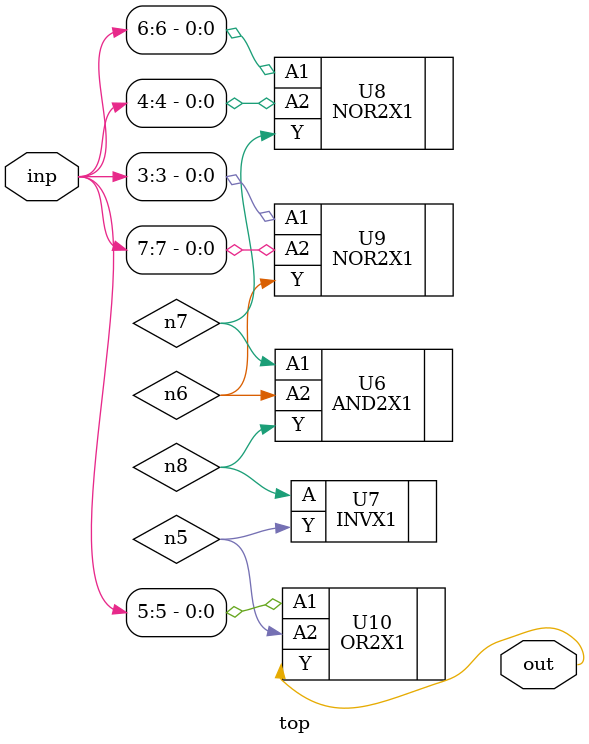
<source format=sv>


module top ( inp, out );
  input [7:0] inp;
  output out;
  wire   n5, n6, n7, n8;

  AND2X1 U6 ( .A1(n7), .A2(n6), .Y(n8) );
  INVX1 U7 ( .A(n8), .Y(n5) );
  NOR2X1 U8 ( .A1(inp[6]), .A2(inp[4]), .Y(n7) );
  NOR2X1 U9 ( .A1(inp[3]), .A2(inp[7]), .Y(n6) );
  OR2X1 U10 ( .A1(inp[5]), .A2(n5), .Y(out) );
endmodule


</source>
